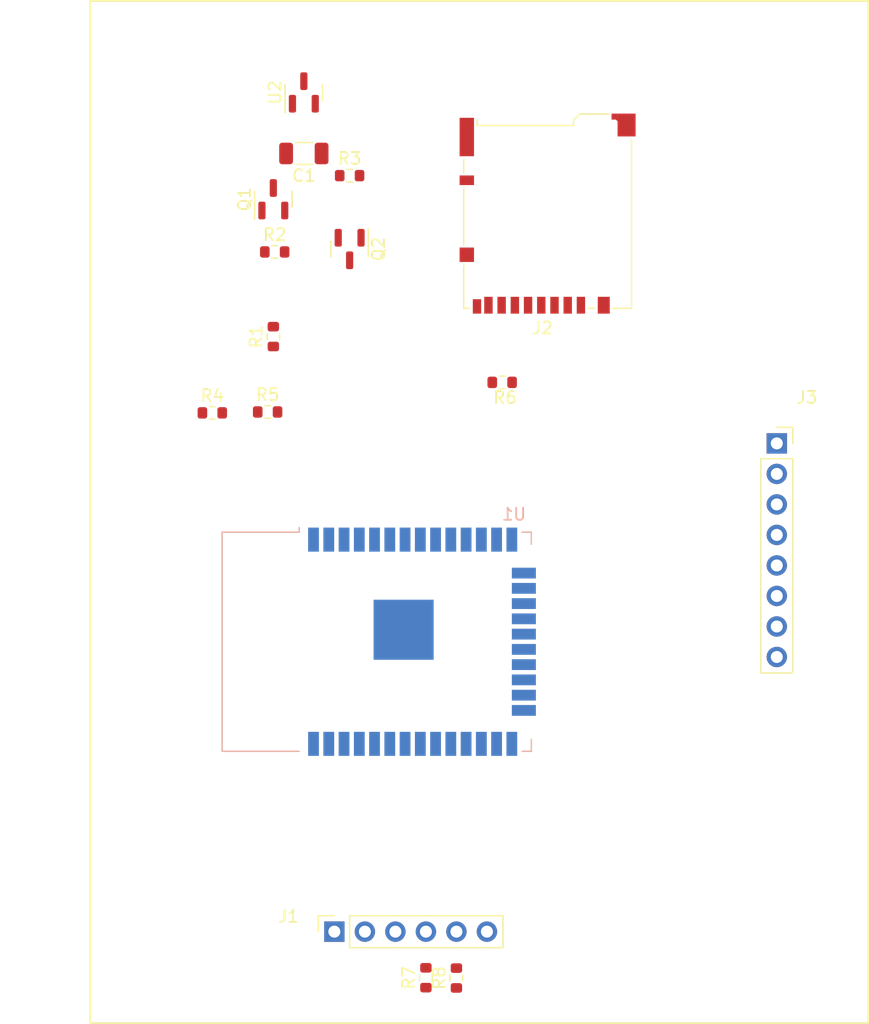
<source format=kicad_pcb>
(kicad_pcb (version 20211014) (generator pcbnew)
  (layers (0 "F.Cu" signal) (31 "B.Cu" signal) (34 "B.Paste" user) (35 "F.Paste" user) (36 "B.SilkS" user "B.Silkscreen") (37 "F.SilkS" user "F.Silkscreen") (38 "B.Mask" user) (39 "F.Mask" user) (44 "Edge.Cuts" user))
  (net 0 "")
  (net 1 "UART_TXD")
  (net 2 "UART_RXD")
  (net 3 "RESET")
  (net 4 "BOOT")
  (net 5 "+3V3")
  (net 6 "GND")
  (net 7 "SDIO_DAT2")
  (net 8 "SDIO_DAT3")
  (net 9 "SDIO_CMD")
  (net 10 "BUS_POWER")
  (net 11 "SDIO_CLK")
  (net 12 "SDIO_DAT0")
  (net 13 "SDIO_DAT1")
  (net 17 "EPD_MOSI")
  (net 18 "EPD_CLK")
  (net 19 "EPD_CS")
  (net 20 "EPD_DC")
  (net 21 "EPD_RST")
  (net 22 "EPD_BUSY")
  (net 23 "Net-(Q1-Pad1)")
  (net 24 "Net-(Q1-Pad3)")
  (net 25 "BUS_POWER_SW")
  (net 26 "+BATT")
  (net 27 "BAT_V_MON")
  (footprint "Resistor_SMD:R_0603_1608Metric" (layer "F.Cu") (at 60.96 52.07 90)
    (fp_text reference "R1" (at 0 -1.43 90) (layer "F.SilkS"))
    (fp_text value "100")
    (fp_line (start -0.237258 -0.5225) (end 0.237258 -0.5225) (layer "F.SilkS") (width 0.12))
    (fp_line (start -0.237258 0.5225) (end 0.237258 0.5225) (layer "F.SilkS") (width 0.12))
    (pad "1" smd roundrect (at -0.825 0 90) (size 0.8 0.95) (layers "F.Cu" "F.Paste" "F.Mask") (net 25 "BUS_POWER_SW"))
    (pad "2" smd roundrect (at 0.825 0 90) (size 0.8 0.95) (layers "F.Cu" "F.Paste" "F.Mask") (net 23 "Net-(Q1-Pad1)"))
  )
  (footprint "Package_TO_SOT_SMD:SOT-23" (layer "F.Cu") (at 67.31 44.7825 -90)
    (fp_text reference "Q2" (at 0 -2.4 90) (layer "F.SilkS"))
    (fp_text value "Q_PMOS_GSD (AO3401)")
    (fp_line (start 0 1.56) (end 0.65 1.56) (layer "F.SilkS") (width 0.12))
    (fp_line (start 0 -1.56) (end 0.65 -1.56) (layer "F.SilkS") (width 0.12))
    (fp_line (start 0 -1.56) (end -1.675 -1.56) (layer "F.SilkS") (width 0.12))
    (fp_line (start 0 1.56) (end -0.65 1.56) (layer "F.SilkS") (width 0.12))
    (pad "1" smd roundrect (at -0.9375 -0.95 270) (size 1.475 0.6) (layers "F.Cu" "F.Paste" "F.Mask") (net 24 "Net-(Q1-Pad3)"))
    (pad "2" smd roundrect (at -0.9375 0.95 270) (size 1.475 0.6) (layers "F.Cu" "F.Paste" "F.Mask") (net 5 "+3V3"))
    (pad "3" smd roundrect (at 0.9375 0 270) (size 1.475 0.6) (layers "F.Cu" "F.Paste" "F.Mask") (net 10 "BUS_POWER"))
  )
  (footprint "Capacitor_SMD:C_1206_3216Metric" (layer "F.Cu") (at 63.5 36.83 180)
    (fp_text reference "C1" (at 0 -1.85) (layer "F.SilkS"))
    (fp_text value "10uF")
    (fp_line (start -0.711252 0.91) (end 0.711252 0.91) (layer "F.SilkS") (width 0.12))
    (fp_line (start -0.711252 -0.91) (end 0.711252 -0.91) (layer "F.SilkS") (width 0.12))
    (pad "1" smd roundrect (at -1.475 0 180) (size 1.15 1.8) (layers "F.Cu" "F.Paste" "F.Mask") (roundrect_rratio 0.217391) (net 5 "+3V3"))
    (pad "2" smd roundrect (at 1.475 0 180) (size 1.15 1.8) (layers "F.Cu" "F.Paste" "F.Mask") (roundrect_rratio 0.217391) (net 6 "GND"))
  )
  (footprint "Connector_PinSocket_2.54mm:PinSocket_1x06_P2.54mm_Vertical" (layer "F.Cu") (at 66.04 101.6 90)
    (fp_text reference "J1" (at 1.27 -3.81 180) (layer "F.SilkS"))
    (fp_text value "Conn_01x06")
    (fp_line (start -1.33 1.27) (end 1.33 1.27) (layer "F.SilkS") (width 0.12))
    (fp_line (start 1.33 -1.33) (end 1.33 0) (layer "F.SilkS") (width 0.12))
    (fp_line (start -1.33 1.27) (end -1.33 14.03) (layer "F.SilkS") (width 0.12))
    (fp_line (start -1.33 14.03) (end 1.33 14.03) (layer "F.SilkS") (width 0.12))
    (fp_line (start 1.33 1.27) (end 1.33 14.03) (layer "F.SilkS") (width 0.12))
    (fp_line (start 0 -1.33) (end 1.33 -1.33) (layer "F.SilkS") (width 0.12))
    (pad "1" thru_hole rect (at 0 0 90) (size 1.7 1.7) (drill 1) (layers *.Cu *.Mask) (net 6 "GND"))
    (pad "2" thru_hole oval (at 0 2.54 90) (size 1.7 1.7) (drill 1) (layers *.Cu *.Mask) (net 1 "UART_TXD"))
    (pad "3" thru_hole oval (at 0 5.08 90) (size 1.7 1.7) (drill 1) (layers *.Cu *.Mask) (net 2 "UART_RXD"))
    (pad "4" thru_hole oval (at 0 7.62 90) (size 1.7 1.7) (drill 1) (layers *.Cu *.Mask) (net 3 "RESET"))
    (pad "5" thru_hole oval (at 0 10.16 90) (size 1.7 1.7) (drill 1) (layers *.Cu *.Mask) (net 4 "BOOT"))
    (pad "6" thru_hole oval (at 0 12.7 90) (size 1.7 1.7) (drill 1) (layers *.Cu *.Mask) (net 5 "+3V3"))
  )
  (footprint "Resistor_SMD:R_0603_1608Metric" (layer "F.Cu") (at 73.66 105.435 90)
    (fp_text reference "R7" (at 0 -1.43 90) (layer "F.SilkS"))
    (fp_text value "10k")
    (fp_line (start -0.237258 0.5225) (end 0.237258 0.5225) (layer "F.SilkS") (width 0.12))
    (fp_line (start -0.237258 -0.5225) (end 0.237258 -0.5225) (layer "F.SilkS") (width 0.12))
    (pad "1" smd roundrect (at -0.825 0 90) (size 0.8 0.95) (layers "F.Cu" "F.Paste" "F.Mask") (net 5 "+3V3"))
    (pad "2" smd roundrect (at 0.825 0 90) (size 0.8 0.95) (layers "F.Cu" "F.Paste" "F.Mask") (net 3 "RESET"))
  )
  (footprint "Connector_Card:microSD_HC_Hirose_DM3BT-DSF-PEJS" (layer "F.Cu") (at 83.79 41.835 180)
    (fp_text reference "J2" (at 0.425 -9.525) (layer "F.SilkS"))
    (fp_text value "Micro_SD_Card_Det")
    (fp_line (start 6.985 -7.885) (end 6.985 -4.275) (layer "F.SilkS") (width 0.12))
    (fp_line (start -2.665 8.275) (end -2.165 7.785) (layer "F.SilkS") (width 0.12))
    (fp_line (start 5.865 7.335) (end 5.865 7.785) (layer "F.SilkS") (width 0.12))
    (fp_line (start -6.985 -7.885) (end -6.985 6.175) (layer "F.SilkS") (width 0.12))
    (fp_line (start 6.475 -7.885) (end 6.985 -7.885) (layer "F.SilkS") (width 0.12))
    (fp_line (start 6.985 -2.575) (end 6.985 2.125) (layer "F.SilkS") (width 0.12))
    (fp_line (start -3.375 -7.885) (end -3.925 -7.885) (layer "F.SilkS") (width 0.12))
    (fp_line (start -2.165 7.335) (end -2.165 7.785) (layer "F.SilkS") (width 0.12))
    (fp_line (start 6.985 3.425) (end 6.985 4.525) (layer "F.SilkS") (width 0.12))
    (fp_line (start -6.985 -7.885) (end -5.425 -7.885) (layer "F.SilkS") (width 0.12))
    (fp_line (start -5.075 8.285) (end -2.675 8.285) (layer "F.SilkS") (width 0.12))
    (fp_line (start 5.865 7.335) (end -2.165 7.335) (layer "F.SilkS") (width 0.12))
    (pad "1" smd rect (at -2.775 -7.625 180) (size 0.7 1.4) (layers "F.Cu" "F.Paste" "F.Mask") (net 7 "SDIO_DAT2"))
    (pad "2" smd rect (at -1.675 -7.625 180) (size 0.7 1.4) (layers "F.Cu" "F.Paste" "F.Mask") (net 8 "SDIO_DAT3"))
    (pad "3" smd rect (at -0.575 -7.625 180) (size 0.7 1.4) (layers "F.Cu" "F.Paste" "F.Mask") (net 9 "SDIO_CMD"))
    (pad "4" smd rect (at 0.525 -7.625 180) (size 0.7 1.4) (layers "F.Cu" "F.Paste" "F.Mask") (net 10 "BUS_POWER"))
    (pad "5" smd rect (at 1.625 -7.625 180) (size 0.7 1.4) (layers "F.Cu" "F.Paste" "F.Mask") (net 11 "SDIO_CLK"))
    (pad "6" smd rect (at 2.725 -7.625 180) (size 0.7 1.4) (layers "F.Cu" "F.Paste" "F.Mask") (net 6 "GND"))
    (pad "7" smd rect (at 3.825 -7.625 180) (size 0.7 1.4) (layers "F.Cu" "F.Paste" "F.Mask") (net 12 "SDIO_DAT0"))
    (pad "8" smd rect (at 4.925 -7.625 180) (size 0.7 1.4) (layers "F.Cu" "F.Paste" "F.Mask") (net 13 "SDIO_DAT1"))
    (pad "9" smd rect (at 5.875 -7.725 180) (size 0.7 1.2) (layers "F.Cu" "F.Paste" "F.Mask"))
    (pad "10" smd rect (at 6.725 2.775 180) (size 1.2 0.8) (layers "F.Cu" "F.Paste" "F.Mask"))
    (pad "11" smd rect (at -4.675 -7.625 180) (size 1 1.4) (layers "F.Cu" "F.Paste" "F.Mask"))
    (pad "11" smd rect (at 6.725 -3.425 180) (size 1.2 1.2) (layers "F.Cu" "F.Paste" "F.Mask"))
    (pad "11" smd rect (at 6.725 6.375 180) (size 1.2 3.2) (layers "F.Cu" "F.Paste" "F.Mask"))
    (pad "11" smd rect (at -6.575 7.375 180) (size 1.5 1.9) (layers "F.Cu" "F.Paste" "F.Mask"))
    (pad "11" smd rect (at -5.575 8.075 180) (size 0.5 0.5) (layers "F.Cu" "F.Paste" "F.Mask"))
    (pad "11" smd rect (at -5.825 7.825 225) (size 0.2 0.2) (layers "F.Cu" "F.Paste" "F.Mask"))
  )
  (footprint "Resistor_SMD:R_0603_1608Metric" (layer "F.Cu") (at 55.88 58.42)
    (fp_text reference "R4" (at 0 -1.43) (layer "F.SilkS"))
    (fp_text value "10k")
    (fp_line (start -0.237258 0.5225) (end 0.237258 0.5225) (layer "F.SilkS") (width 0.12))
    (fp_line (start -0.237258 -0.5225) (end 0.237258 -0.5225) (layer "F.SilkS") (width 0.12))
    (pad "1" smd roundrect (at -0.825 0) (size 0.8 0.95) (layers "F.Cu" "F.Paste" "F.Mask") (net 26 "+BATT"))
    (pad "2" smd roundrect (at 0.825 0) (size 0.8 0.95) (layers "F.Cu" "F.Paste" "F.Mask") (net 27 "BAT_V_MON"))
  )
  (footprint "Resistor_SMD:R_0603_1608Metric" (layer "F.Cu") (at 61.075 45.025)
    (fp_text reference "R2" (at 0 -1.43) (layer "F.SilkS"))
    (fp_text value "10k")
    (fp_line (start -0.237258 0.5225) (end 0.237258 0.5225) (layer "F.SilkS") (width 0.12))
    (fp_line (start -0.237258 -0.5225) (end 0.237258 -0.5225) (layer "F.SilkS") (width 0.12))
    (pad "1" smd roundrect (at -0.825 0) (size 0.8 0.95) (layers "F.Cu" "F.Paste" "F.Mask") (net 23 "Net-(Q1-Pad1)"))
    (pad "2" smd roundrect (at 0.825 0) (size 0.8 0.95) (layers "F.Cu" "F.Paste" "F.Mask") (net 6 "GND"))
  )
  (footprint "Package_TO_SOT_SMD:SOT-23" (layer "F.Cu") (at 60.96 40.64 90)
    (fp_text reference "Q1" (at 0 -2.4 90) (layer "F.SilkS"))
    (fp_text value "Q_NMOS_GSD (IRLML2502)")
    (fp_line (start 0 -1.56) (end -1.675 -1.56) (layer "F.SilkS") (width 0.12))
    (fp_line (start 0 1.56) (end -0.65 1.56) (layer "F.SilkS") (width 0.12))
    (fp_line (start 0 -1.56) (end 0.65 -1.56) (layer "F.SilkS") (width 0.12))
    (fp_line (start 0 1.56) (end 0.65 1.56) (layer "F.SilkS") (width 0.12))
    (pad "1" smd roundrect (at -0.9375 -0.95 90) (size 1.475 0.6) (layers "F.Cu" "F.Paste" "F.Mask") (net 23 "Net-(Q1-Pad1)"))
    (pad "2" smd roundrect (at -0.9375 0.95 90) (size 1.475 0.6) (layers "F.Cu" "F.Paste" "F.Mask") (net 6 "GND"))
    (pad "3" smd roundrect (at 0.9375 0 90) (size 1.475 0.6) (layers "F.Cu" "F.Paste" "F.Mask") (net 24 "Net-(Q1-Pad3)"))
  )
  (footprint "Package_TO_SOT_SMD:SOT-23" (layer "F.Cu") (at 63.5 31.75 90)
    (fp_text reference "U2" (at 0 -2.4 90) (layer "F.SilkS"))
    (fp_text value "XC6206p332MR")
    (fp_line (start 0 -1.56) (end -1.675 -1.56) (layer "F.SilkS") (width 0.12))
    (fp_line (start 0 -1.56) (end 0.65 -1.56) (layer "F.SilkS") (width 0.12))
    (fp_line (start 0 1.56) (end -0.65 1.56) (layer "F.SilkS") (width 0.12))
    (fp_line (start 0 1.56) (end 0.65 1.56) (layer "F.SilkS") (width 0.12))
    (pad "1" smd roundrect (at -0.9375 -0.95 90) (size 1.475 0.6) (layers "F.Cu" "F.Paste" "F.Mask") (net 6 "GND"))
    (pad "2" smd roundrect (at -0.9375 0.95 90) (size 1.475 0.6) (layers "F.Cu" "F.Paste" "F.Mask") (net 5 "+3V3"))
    (pad "3" smd roundrect (at 0.9375 0 90) (size 1.475 0.6) (layers "F.Cu" "F.Paste" "F.Mask") (net 26 "+BATT"))
  )
  (footprint "Resistor_SMD:R_0603_1608Metric" (layer "F.Cu") (at 67.31 38.675)
    (fp_text reference "R3" (at 0 -1.43) (layer "F.SilkS"))
    (fp_text value "10k")
    (fp_line (start -0.237258 0.5225) (end 0.237258 0.5225) (layer "F.SilkS") (width 0.12))
    (fp_line (start -0.237258 -0.5225) (end 0.237258 -0.5225) (layer "F.SilkS") (width 0.12))
    (pad "1" smd roundrect (at -0.825 0) (size 0.8 0.95) (layers "F.Cu" "F.Paste" "F.Mask") (net 5 "+3V3"))
    (pad "2" smd roundrect (at 0.825 0) (size 0.8 0.95) (layers "F.Cu" "F.Paste" "F.Mask") (net 24 "Net-(Q1-Pad3)"))
  )
  (footprint "Connector_PinSocket_2.54mm:PinSocket_1x08_P2.54mm_Vertical" (layer "F.Cu") (at 102.87 60.96)
    (fp_text reference "J3" (at 2.515 -3.825) (layer "F.SilkS"))
    (fp_text value "Conn_01x08")
    (fp_line (start 0 -1.33) (end 1.33 -1.33) (layer "F.SilkS") (width 0.12))
    (fp_line (start 1.33 1.27) (end 1.33 19.11) (layer "F.SilkS") (width 0.12))
    (fp_line (start -1.33 1.27) (end -1.33 19.11) (layer "F.SilkS") (width 0.12))
    (fp_line (start -1.33 19.11) (end 1.33 19.11) (layer "F.SilkS") (width 0.12))
    (fp_line (start 1.33 -1.33) (end 1.33 0) (layer "F.SilkS") (width 0.12))
    (fp_line (start -1.33 1.27) (end 1.33 1.27) (layer "F.SilkS") (width 0.12))
    (pad "1" thru_hole rect (at 0 0) (size 1.7 1.7) (drill 1) (layers *.Cu *.Mask) (net 5 "+3V3"))
    (pad "2" thru_hole oval (at 0 2.54) (size 1.7 1.7) (drill 1) (layers *.Cu *.Mask) (net 6 "GND"))
    (pad "3" thru_hole oval (at 0 5.08) (size 1.7 1.7) (drill 1) (layers *.Cu *.Mask) (net 17 "EPD_MOSI"))
    (pad "4" thru_hole oval (at 0 7.62) (size 1.7 1.7) (drill 1) (layers *.Cu *.Mask) (net 18 "EPD_CLK"))
    (pad "5" thru_hole oval (at 0 10.16) (size 1.7 1.7) (drill 1) (layers *.Cu *.Mask) (net 19 "EPD_CS"))
    (pad "6" thru_hole oval (at 0 12.7) (size 1.7 1.7) (drill 1) (layers *.Cu *.Mask) (net 20 "EPD_DC"))
    (pad "7" thru_hole oval (at 0 15.24) (size 1.7 1.7) (drill 1) (layers *.Cu *.Mask) (net 21 "EPD_RST"))
    (pad "8" thru_hole oval (at 0 17.78) (size 1.7 1.7) (drill 1) (layers *.Cu *.Mask) (net 22 "EPD_BUSY"))
  )
  (footprint "Resistor_SMD:R_0603_1608Metric" (layer "F.Cu") (at 76.2 105.46 90)
    (fp_text reference "R8" (at 0 -1.43 90) (layer "F.SilkS"))
    (fp_text value "10k")
    (fp_line (start -0.237258 -0.5225) (end 0.237258 -0.5225) (layer "F.SilkS") (width 0.12))
    (fp_line (start -0.237258 0.5225) (end 0.237258 0.5225) (layer "F.SilkS") (width 0.12))
    (pad "1" smd roundrect (at -0.825 0 90) (size 0.8 0.95) (layers "F.Cu" "F.Paste" "F.Mask") (net 5 "+3V3"))
    (pad "2" smd roundrect (at 0.825 0 90) (size 0.8 0.95) (layers "F.Cu" "F.Paste" "F.Mask") (net 4 "BOOT"))
  )
  (footprint "Resistor_SMD:R_0603_1608Metric" (layer "F.Cu") (at 60.485 58.345)
    (fp_text reference "R5" (at 0 -1.43) (layer "F.SilkS"))
    (fp_text value "10k")
    (fp_line (start -0.237258 -0.5225) (end 0.237258 -0.5225) (layer "F.SilkS") (width 0.12))
    (fp_line (start -0.237258 0.5225) (end 0.237258 0.5225) (layer "F.SilkS") (width 0.12))
    (pad "1" smd roundrect (at -0.825 0) (size 0.8 0.95) (layers "F.Cu" "F.Paste" "F.Mask") (net 27 "BAT_V_MON"))
    (pad "2" smd roundrect (at 0.825 0) (size 0.8 0.95) (layers "F.Cu" "F.Paste" "F.Mask") (net 6 "GND"))
  )
  (footprint "Resistor_SMD:R_0603_1608Metric" (layer "F.Cu") (at 80.01 55.88 180)
    (fp_text reference "R6" (at -0.237258 -1.27) (layer "F.SilkS"))
    (fp_text value "2k")
    (fp_line (start -0.237258 -0.5225) (end 0.237258 -0.5225) (layer "F.SilkS") (width 0.12))
    (fp_line (start -0.237258 0.5225) (end 0.237258 0.5225) (layer "F.SilkS") (width 0.12))
    (pad "1" smd roundrect (at -0.825 0 180) (size 0.8 0.95) (layers "F.Cu" "F.Paste" "F.Mask") (net 10 "BUS_POWER"))
    (pad "2" smd roundrect (at 0.825 0 180) (size 0.8 0.95) (layers "F.Cu" "F.Paste" "F.Mask") (net 12 "SDIO_DAT0"))
  )
  (footprint "RF_Module:ESP32-WROOM-32" (layer "B.Cu") (at 72.56 77.47 -90)
    (fp_text reference "U1" (at -10.61 -8.43) (layer "B.SilkS") (effects (justify mirror)))
    (fp_text value "ESP32-WROOM-32")
    (fp_line (start -9.12 15.865) (end -9.12 9.445) (layer "B.SilkS") (width 0.12))
    (fp_line (start 9.12 -9.1) (end 9.12 -9.88) (layer "B.SilkS") (width 0.12))
    (fp_line (start -9.12 -9.88) (end -8.12 -9.88) (layer "B.SilkS") (width 0.12))
    (fp_line (start 9.12 -9.88) (end 8.12 -9.88) (layer "B.SilkS") (width 0.12))
    (fp_line (start -9.12 15.865) (end 9.12 15.865) (layer "B.SilkS") (width 0.12))
    (fp_line (start -9.12 -9.1) (end -9.12 -9.88) (layer "B.SilkS") (width 0.12))
    (fp_line (start -9.12 9.445) (end -9.5 9.445) (layer "B.SilkS") (width 0.12))
    (fp_line (start 9.12 15.865) (end 9.12 9.445) (layer "B.SilkS") (width 0.12))
    (pad "1" smd rect (at -8.5 8.255 270) (size 2 0.9) (layers "B.Cu" "B.Paste" "B.Mask") (net 6 "GND"))
    (pad "2" smd rect (at -8.5 6.985 270) (size 2 0.9) (layers "B.Cu" "B.Paste" "B.Mask") (net 5 "+3V3"))
    (pad "3" smd rect (at -8.5 5.715 270) (size 2 0.9) (layers "B.Cu" "B.Paste" "B.Mask") (net 3 "RESET"))
    (pad "4" smd rect (at -8.5 4.445 270) (size 2 0.9) (layers "B.Cu" "B.Paste" "B.Mask"))
    (pad "5" smd rect (at -8.5 3.175 270) (size 2 0.9) (layers "B.Cu" "B.Paste" "B.Mask"))
    (pad "6" smd rect (at -8.5 1.905 270) (size 2 0.9) (layers "B.Cu" "B.Paste" "B.Mask") (net 27 "BAT_V_MON"))
    (pad "7" smd rect (at -8.5 0.635 270) (size 2 0.9) (layers "B.Cu" "B.Paste" "B.Mask"))
    (pad "8" smd rect (at -8.5 -0.635 270) (size 2 0.9) (layers "B.Cu" "B.Paste" "B.Mask") (net 25 "BUS_POWER_SW"))
    (pad "9" smd rect (at -8.5 -1.905 270) (size 2 0.9) (layers "B.Cu" "B.Paste" "B.Mask"))
    (pad "10" smd rect (at -8.5 -3.175 270) (size 2 0.9) (layers "B.Cu" "B.Paste" "B.Mask") (net 22 "EPD_BUSY"))
    (pad "11" smd rect (at -8.5 -4.445 270) (size 2 0.9) (layers "B.Cu" "B.Paste" "B.Mask") (net 18 "EPD_CLK"))
    (pad "12" smd rect (at -8.5 -5.715 270) (size 2 0.9) (layers "B.Cu" "B.Paste" "B.Mask") (net 17 "EPD_MOSI"))
    (pad "13" smd rect (at -8.5 -6.985 270) (size 2 0.9) (layers "B.Cu" "B.Paste" "B.Mask") (net 11 "SDIO_CLK"))
    (pad "14" smd rect (at -8.5 -8.255 270) (size 2 0.9) (layers "B.Cu" "B.Paste" "B.Mask") (net 7 "SDIO_DAT2"))
    (pad "15" smd rect (at -5.715 -9.255 180) (size 2 0.9) (layers "B.Cu" "B.Paste" "B.Mask") (net 6 "GND"))
    (pad "16" smd rect (at -4.445 -9.255 180) (size 2 0.9) (layers "B.Cu" "B.Paste" "B.Mask") (net 8 "SDIO_DAT3"))
    (pad "17" smd rect (at -3.175 -9.255 180) (size 2 0.9) (layers "B.Cu" "B.Paste" "B.Mask"))
    (pad "18" smd rect (at -1.905 -9.255 180) (size 2 0.9) (layers "B.Cu" "B.Paste" "B.Mask"))
    (pad "19" smd rect (at -0.635 -9.255 180) (size 2 0.9) (layers "B.Cu" "B.Paste" "B.Mask"))
    (pad "20" smd rect (at 0.635 -9.255 180) (size 2 0.9) (layers "B.Cu" "B.Paste" "B.Mask"))
    (pad "21" smd rect (at 1.905 -9.255 180) (size 2 0.9) (layers "B.Cu" "B.Paste" "B.Mask"))
    (pad "22" smd rect (at 3.175 -9.255 180) (size 2 0.9) (layers "B.Cu" "B.Paste" "B.Mask"))
    (pad "23" smd rect (at 4.445 -9.255 180) (size 2 0.9) (layers "B.Cu" "B.Paste" "B.Mask") (net 9 "SDIO_CMD"))
    (pad "24" smd rect (at 5.715 -9.255 180) (size 2 0.9) (layers "B.Cu" "B.Paste" "B.Mask") (net 12 "SDIO_DAT0"))
    (pad "25" smd rect (at 8.5 -8.255 270) (size 2 0.9) (layers "B.Cu" "B.Paste" "B.Mask") (net 4 "BOOT"))
    (pad "26" smd rect (at 8.5 -6.985 270) (size 2 0.9) (layers "B.Cu" "B.Paste" "B.Mask") (net 13 "SDIO_DAT1"))
    (pad "27" smd rect (at 8.5 -5.715 270) (size 2 0.9) (layers "B.Cu" "B.Paste" "B.Mask"))
    (pad "28" smd rect (at 8.5 -4.445 270) (size 2 0.9) (layers "B.Cu" "B.Paste" "B.Mask"))
    (pad "29" smd rect (at 8.5 -3.175 270) (size 2 0.9) (layers "B.Cu" "B.Paste" "B.Mask") (net 19 "EPD_CS"))
    (pad "30" smd rect (at 8.5 -1.905 270) (size 2 0.9) (layers "B.Cu" "B.Paste" "B.Mask") (net 21 "EPD_RST"))
    (pad "31" smd rect (at 8.5 -0.635 270) (size 2 0.9) (layers "B.Cu" "B.Paste" "B.Mask"))
    (pad "32" smd rect (at 8.5 0.635 270) (size 2 0.9) (layers "B.Cu" "B.Paste" "B.Mask"))
    (pad "33" smd rect (at 8.5 1.905 270) (size 2 0.9) (layers "B.Cu" "B.Paste" "B.Mask"))
    (pad "34" smd rect (at 8.5 3.175 270) (size 2 0.9) (layers "B.Cu" "B.Paste" "B.Mask") (net 2 "UART_RXD"))
    (pad "35" smd rect (at 8.5 4.445 270) (size 2 0.9) (layers "B.Cu" "B.Paste" "B.Mask") (net 1 "UART_TXD"))
    (pad "36" smd rect (at 8.5 5.715 270) (size 2 0.9) (layers "B.Cu" "B.Paste" "B.Mask"))
    (pad "37" smd rect (at 8.5 6.985 270) (size 2 0.9) (layers "B.Cu" "B.Paste" "B.Mask") (net 20 "EPD_DC"))
    (pad "38" smd rect (at 8.5 8.255 270) (size 2 0.9) (layers "B.Cu" "B.Paste" "B.Mask") (net 6 "GND"))
    (pad "39" smd rect (at -1 0.755 270) (size 5 5) (layers "B.Cu" "B.Paste" "B.Mask") (net 6 "GND"))
  )
  (gr_rect (start 45.72 24.13) (end 110.49 109.22) (layer "F.SilkS") (width 0.15) (fill none))
)
</source>
